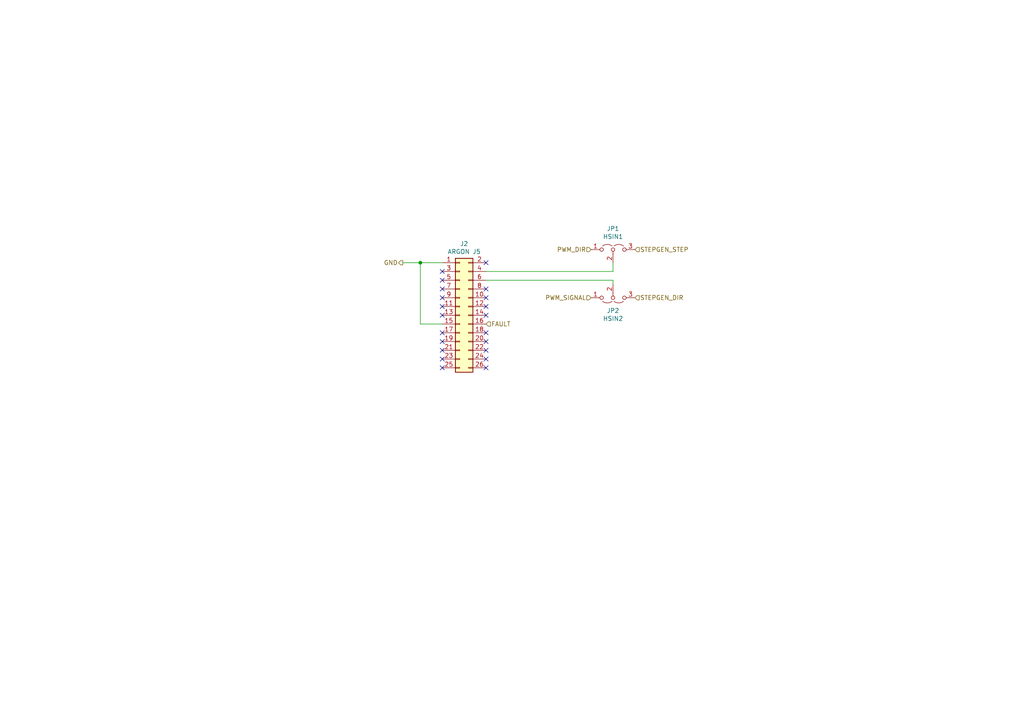
<source format=kicad_sch>
(kicad_sch (version 20230121) (generator eeschema)
  (paper "A4")
  (lib_symbols
    (symbol "Connector_Generic:Conn_02x13_Odd_Even" (pin_names (offset 1.016) hide)
      (property "Reference" "J" (at 1.27 17.78 0))
      (property "Value" "Conn_02x13_Odd_Even" (at 1.27 -17.78 0))
      (symbol "Conn_02x13_Odd_Even_1_1"
        (rectangle (start -1.27 -15.113) (end 0 -15.367) (stroke (width 0.1524)))
        (rectangle (start -1.27 -12.573) (end 0 -12.827) (stroke (width 0.1524)))
        (rectangle (start -1.27 -10.033) (end 0 -10.287) (stroke (width 0.1524)))
        (rectangle (start -1.27 -7.493) (end 0 -7.747) (stroke (width 0.1524)))
        (rectangle (start -1.27 -4.953) (end 0 -5.207) (stroke (width 0.1524)))
        (rectangle (start -1.27 -2.413) (end 0 -2.667) (stroke (width 0.1524)))
        (rectangle (start -1.27 0.127) (end 0 -0.127) (stroke (width 0.1524)))
        (rectangle (start -1.27 2.667) (end 0 2.413) (stroke (width 0.1524)))
        (rectangle (start -1.27 5.207) (end 0 4.953) (stroke (width 0.1524)))
        (rectangle (start -1.27 7.747) (end 0 7.493) (stroke (width 0.1524)))
        (rectangle (start -1.27 10.287) (end 0 10.033) (stroke (width 0.1524)))
        (rectangle (start -1.27 12.827) (end 0 12.573) (stroke (width 0.1524)))
        (rectangle (start -1.27 15.367) (end 0 15.113) (stroke (width 0.1524)))
        (rectangle (start -1.27 16.51) (end 3.81 -16.51) (stroke (width 0.254)) (fill (type background)))
        (rectangle (start 3.81 -15.113) (end 2.54 -15.367) (stroke (width 0.1524)))
        (rectangle (start 3.81 -12.573) (end 2.54 -12.827) (stroke (width 0.1524)))
        (rectangle (start 3.81 -10.033) (end 2.54 -10.287) (stroke (width 0.1524)))
        (rectangle (start 3.81 -7.493) (end 2.54 -7.747) (stroke (width 0.1524)))
        (rectangle (start 3.81 -4.953) (end 2.54 -5.207) (stroke (width 0.1524)))
        (rectangle (start 3.81 -2.413) (end 2.54 -2.667) (stroke (width 0.1524)))
        (rectangle (start 3.81 0.127) (end 2.54 -0.127) (stroke (width 0.1524)))
        (rectangle (start 3.81 2.667) (end 2.54 2.413) (stroke (width 0.1524)))
        (rectangle (start 3.81 5.207) (end 2.54 4.953) (stroke (width 0.1524)))
        (rectangle (start 3.81 7.747) (end 2.54 7.493) (stroke (width 0.1524)))
        (rectangle (start 3.81 10.287) (end 2.54 10.033) (stroke (width 0.1524)))
        (rectangle (start 3.81 12.827) (end 2.54 12.573) (stroke (width 0.1524)))
        (rectangle (start 3.81 15.367) (end 2.54 15.113) (stroke (width 0.1524)))
        (pin passive line (at -5.08 15.24 0) (length 3.81) (name "Pin_1") (number "1"))
        (pin passive line (at 7.62 5.08 180) (length 3.81) (name "Pin_10") (number "10"))
        (pin passive line (at -5.08 2.54 0) (length 3.81) (name "Pin_11") (number "11"))
        (pin passive line (at 7.62 2.54 180) (length 3.81) (name "Pin_12") (number "12"))
        (pin passive line (at -5.08 0 0) (length 3.81) (name "Pin_13") (number "13"))
        (pin passive line (at 7.62 0 180) (length 3.81) (name "Pin_14") (number "14"))
        (pin passive line (at -5.08 -2.54 0) (length 3.81) (name "Pin_15") (number "15"))
        (pin passive line (at 7.62 -2.54 180) (length 3.81) (name "Pin_16") (number "16"))
        (pin passive line (at -5.08 -5.08 0) (length 3.81) (name "Pin_17") (number "17"))
        (pin passive line (at 7.62 -5.08 180) (length 3.81) (name "Pin_18") (number "18"))
        (pin passive line (at -5.08 -7.62 0) (length 3.81) (name "Pin_19") (number "19"))
        (pin passive line (at 7.62 15.24 180) (length 3.81) (name "Pin_2") (number "2"))
        (pin passive line (at 7.62 -7.62 180) (length 3.81) (name "Pin_20") (number "20"))
        (pin passive line (at -5.08 -10.16 0) (length 3.81) (name "Pin_21") (number "21"))
        (pin passive line (at 7.62 -10.16 180) (length 3.81) (name "Pin_22") (number "22"))
        (pin passive line (at -5.08 -12.7 0) (length 3.81) (name "Pin_23") (number "23"))
        (pin passive line (at 7.62 -12.7 180) (length 3.81) (name "Pin_24") (number "24"))
        (pin passive line (at -5.08 -15.24 0) (length 3.81) (name "Pin_25") (number "25"))
        (pin passive line (at 7.62 -15.24 180) (length 3.81) (name "Pin_26") (number "26"))
        (pin passive line (at -5.08 12.7 0) (length 3.81) (name "Pin_3") (number "3"))
        (pin passive line (at 7.62 12.7 180) (length 3.81) (name "Pin_4") (number "4"))
        (pin passive line (at -5.08 10.16 0) (length 3.81) (name "Pin_5") (number "5"))
        (pin passive line (at 7.62 10.16 180) (length 3.81) (name "Pin_6") (number "6"))
        (pin passive line (at -5.08 7.62 0) (length 3.81) (name "Pin_7") (number "7"))
        (pin passive line (at 7.62 7.62 180) (length 3.81) (name "Pin_8") (number "8"))
        (pin passive line (at -5.08 5.08 0) (length 3.81) (name "Pin_9") (number "9"))
      )
    )
    (symbol "Jumper:Jumper_3_Open" (pin_names (offset 0) hide)
      (property "Reference" "JP" (at -2.54 -2.54 0))
      (property "Value" "Jumper_3_Open" (at 0 2.794 0))
      (symbol "Jumper_3_Open_0_0"
        (circle (center -3.302 0) (radius 0.508))
        (circle (center 0 0) (radius 0.508))
        (circle (center 3.302 0) (radius 0.508))
      )
      (symbol "Jumper_3_Open_0_1"
        (arc (start -0.254 1.016) (mid -1.651 1.4992) (end -3.048 1.016))
        (polyline (pts (xy 0 -0.508) (xy 0 -1.27)))
        (arc (start 3.048 1.016) (mid 1.651 1.4992) (end 0.254 1.016))
      )
      (symbol "Jumper_3_Open_1_1"
        (pin passive line (at -6.35 0 0) (length 2.54) (name "A") (number "1"))
        (pin passive line (at 0 -3.81 90) (length 2.54) (name "C") (number "2"))
        (pin passive line (at 6.35 0 180) (length 2.54) (name "B") (number "3"))
      )
    )
  )
  (junction (at 121.92 76.2) (diameter 0.9144))
  (no_connect (at 140.97 106.68))
  (no_connect (at 128.27 91.44))
  (no_connect (at 128.27 86.36))
  (no_connect (at 140.97 83.82))
  (no_connect (at 128.27 99.06))
  (no_connect (at 140.97 101.6))
  (no_connect (at 128.27 96.52))
  (no_connect (at 128.27 88.9))
  (no_connect (at 140.97 91.44))
  (no_connect (at 128.27 78.74))
  (no_connect (at 128.27 81.28))
  (no_connect (at 140.97 86.36))
  (no_connect (at 128.27 104.14))
  (no_connect (at 128.27 83.82))
  (no_connect (at 128.27 106.68))
  (no_connect (at 128.27 101.6))
  (no_connect (at 140.97 88.9))
  (no_connect (at 140.97 76.2))
  (no_connect (at 140.97 99.06))
  (no_connect (at 140.97 96.52))
  (no_connect (at 140.97 104.14))
  (wire (pts (xy 121.92 76.2) (xy 116.84 76.2)))
  (wire (pts (xy 140.97 81.28) (xy 177.8 81.28)))
  (wire (pts (xy 121.92 93.98) (xy 121.92 76.2)))
  (wire (pts (xy 140.97 78.74) (xy 177.8 78.74)))
  (wire (pts (xy 128.27 76.2) (xy 121.92 76.2)))
  (wire (pts (xy 177.8 76.2) (xy 177.8 78.74)))
  (wire (pts (xy 177.8 81.28) (xy 177.8 82.55)))
  (wire (pts (xy 128.27 93.98) (xy 121.92 93.98)))
  (hierarchical_label "GND" (shape output) (at 116.84 76.2 180))
  (hierarchical_label "PWM_SIGNAL" (shape input) (at 171.45 86.36 180))
  (hierarchical_label "STEPGEN_STEP" (shape input) (at 184.15 72.39 0))
  (hierarchical_label "STEPGEN_DIR" (shape input) (at 184.15 86.36 0))
  (hierarchical_label "FAULT" (shape input) (at 140.97 93.98 0))
  (hierarchical_label "PWM_DIR" (shape input) (at 171.45 72.39 180))
  (symbol (lib_id "Connector_Generic:Conn_02x13_Odd_Even") (at 133.35 91.44 0) (unit 1) (in_bom no)
    (property "Reference" "J2" (at 134.62 70.6882 0))
    (property "Value" "ARGON J5" (at 134.62 72.9996 0))
    (property "Footprint" "Connector_IDC:IDC-Header_2x13_P2.54mm_Vertical" (effects hide))
    (property "MPN" "61202621621" (effects hide))
    (property "Manufacturer" "WURTH ELECTRONIK" (effects hide))
    (property "Farnell PN" "1642022" (effects hide))
  )
  (symbol (lib_id "Jumper:Jumper_3_Open") (at 177.8 72.39 0) (unit 1)
    (property "Reference" "JP1" (at 177.8 66.3194 0))
    (property "Value" "HSIN1" (at 177.8 68.6308 0))
    (property "Footprint" "Connector_PinHeader_2.54mm:PinHeader_1x03_P2.54mm_Vertical" (effects hide))
  )
  (symbol (lib_id "Jumper:Jumper_3_Open") (at 177.8 86.36 0) (mirror x) (unit 1)
    (property "Reference" "JP2" (at 177.8 90.0938 0))
    (property "Value" "HSIN2" (at 177.8 92.4052 0))
    (property "Footprint" "Connector_PinHeader_2.54mm:PinHeader_1x03_P2.54mm_Vertical" (effects hide))
  )
)
</source>
